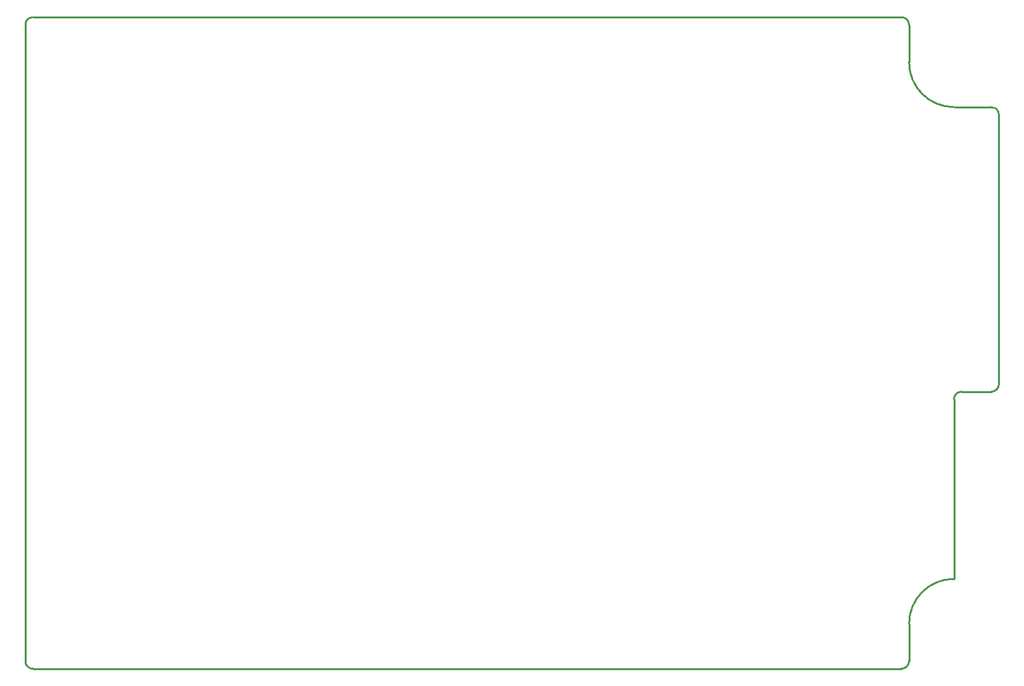
<source format=gbr>
%TF.GenerationSoftware,Altium Limited,Altium Designer,22.7.1 (60)*%
G04 Layer_Color=32768*
%FSLAX43Y43*%
%MOMM*%
%TF.SameCoordinates,FE58890B-FB48-4B87-A9EE-914DEB8A6D29*%
%TF.FilePolarity,Positive*%
%TF.FileFunction,Other,Board_Outline_(ES)*%
%TF.Part,Single*%
G01*
G75*
%TA.AperFunction,NonConductor*%
%ADD66C,0.254*%
D66*
X145000Y41000D02*
G03*
X146000Y42000I0J1000D01*
G01*
X140000Y16000D02*
G03*
X134000Y10000I0J-6000D01*
G01*
X141000Y41000D02*
G03*
X140000Y40000I0J-1000D01*
G01*
X16000Y5000D02*
G03*
X17000Y4000I1000J0D01*
G01*
X133000D02*
G03*
X134000Y5000I0J1000D01*
G01*
X146000Y78000D02*
G03*
X145000Y79000I-1000J0D01*
G01*
X134000Y85000D02*
G03*
X140000Y79000I6000J0D01*
G01*
X134000Y90000D02*
G03*
X133000Y91000I-1000J0D01*
G01*
X17000D02*
G03*
X16000Y90000I0J-1000D01*
G01*
X146000Y42000D02*
X146000Y78000D01*
X141000Y41000D02*
X145000D01*
X134000Y5000D02*
Y10000D01*
X140000Y16000D02*
Y40000D01*
X17000Y4000D02*
X133000D01*
X17000Y91000D02*
X133000D01*
X140000Y79000D02*
X145000D01*
X134000Y85000D02*
Y90000D01*
X16000D02*
X16000Y5000D01*
%TF.MD5,544188efb1f51368632c28a26d776fef*%
M02*

</source>
